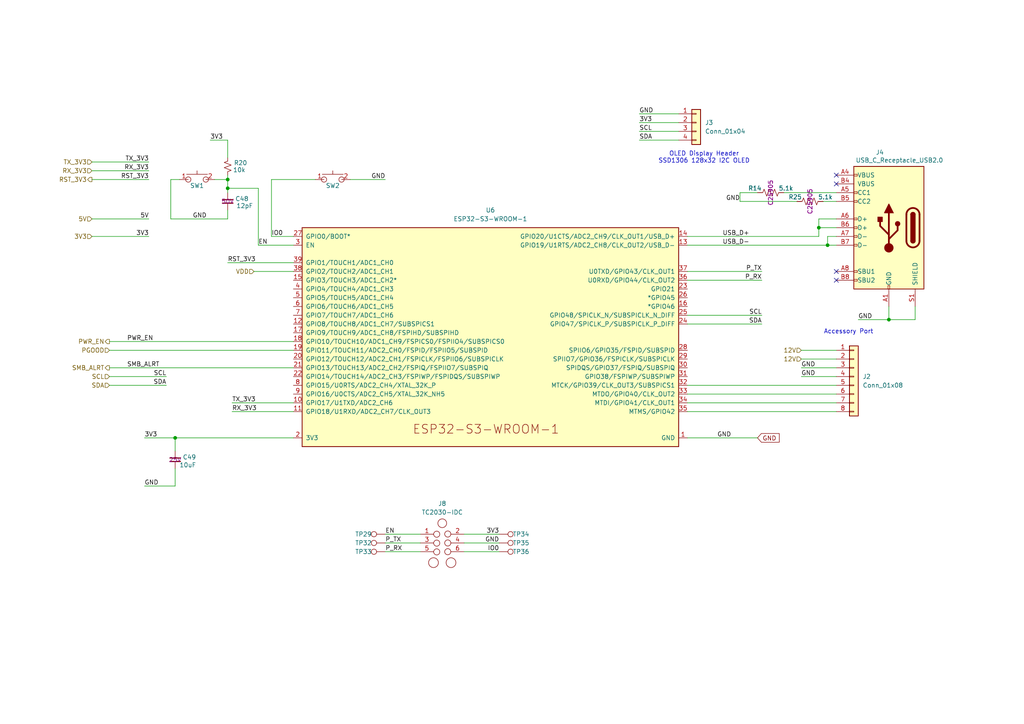
<source format=kicad_sch>
(kicad_sch (version 20250114) (generator "eeschema") (generator_version "9.0")
  (paper "A4")
  (title_block (title "bitaxeGamma Turbo") (date "2025-05-12") (rev "800xxx"))
  (lib_symbols
    (symbol "Connector:TestPoint" (pin_numbers (hide yes)) (pin_names (offset 0.762) (hide yes))
      (property "Reference" "TP" (at 0 6.858 0))
      (property "Value" "TestPoint" (at 0 5.08 0))
      (symbol "TestPoint_0_1"
        (circle (center 0 3.302) (radius 0.762))
      )
      (symbol "TestPoint_1_1"
        (pin passive line (at 0 0 90) (length 2.54) (name "1") (number "1"))
      )
    )
    (symbol "Connector_Generic:Conn_01x04" (pin_names (offset 1.016) (hide yes))
      (property "Reference" "J" (at 0 5.08 0))
      (property "Value" "Conn_01x04" (at 0 -7.62 0))
      (symbol "Conn_01x04_1_1"
        (rectangle (start -1.27 3.81) (end 1.27 -6.35) (stroke (width 0.254)) (fill (type background)))
        (rectangle (start -1.27 2.667) (end 0 2.413) (stroke (width 0.1524)))
        (rectangle (start -1.27 0.127) (end 0 -0.127) (stroke (width 0.1524)))
        (rectangle (start -1.27 -2.413) (end 0 -2.667) (stroke (width 0.1524)))
        (rectangle (start -1.27 -4.953) (end 0 -5.207) (stroke (width 0.1524)))
        (pin passive line (at -5.08 2.54 0) (length 3.81) (name "Pin_1") (number "1"))
        (pin passive line (at -5.08 0 0) (length 3.81) (name "Pin_2") (number "2"))
        (pin passive line (at -5.08 -2.54 0) (length 3.81) (name "Pin_3") (number "3"))
        (pin passive line (at -5.08 -5.08 0) (length 3.81) (name "Pin_4") (number "4"))
      )
    )
    (symbol "Device:C_Small" (pin_numbers (hide yes)) (pin_names (offset 0.254) (hide yes))
      (property "Reference" "C" (at 0.254 1.778 0))
      (property "Value" "C_Small" (at 0.254 -2.032 0))
      (symbol "C_Small_0_1"
        (polyline (pts (xy -1.524 0.508) (xy 1.524 0.508)) (stroke (width 0.3048)))
        (polyline (pts (xy -1.524 -0.508) (xy 1.524 -0.508)) (stroke (width 0.3302)))
      )
      (symbol "C_Small_1_1"
        (pin passive line (at 0 2.54 270) (length 2.032) (name "~") (number "1"))
        (pin passive line (at 0 -2.54 90) (length 2.032) (name "~") (number "2"))
      )
    )
    (symbol "Device:R_Small_US" (pin_numbers (hide yes)) (pin_names (offset 0.254) (hide yes))
      (property "Reference" "R" (at 0.762 0.508 0))
      (property "Value" "R_Small_US" (at 0.762 -1.016 0))
      (symbol "R_Small_US_1_1"
        (polyline (pts (xy 0 1.524) (xy 1.016 1.143) (xy 0 0.762) (xy -1.016 0.381) (xy 0 0)))
        (polyline (pts (xy 0 0) (xy 1.016 -0.381) (xy 0 -0.762) (xy -1.016 -1.143) (xy 0 -1.524)))
        (pin passive line (at 0 2.54 270) (length 1.016) (name "~") (number "1"))
        (pin passive line (at 0 -2.54 90) (length 1.016) (name "~") (number "2"))
      )
    )
    (symbol "Device:R_US" (pin_numbers (hide yes)) (pin_names (offset 0))
      (property "Reference" "R" (at 2.54 0 90))
      (property "Value" "R_US" (at -2.54 0 90))
      (symbol "R_US_0_1"
        (polyline (pts (xy 0 2.286) (xy 0 2.54)))
        (polyline (pts (xy 0 2.286) (xy 1.016 1.905) (xy 0 1.524) (xy -1.016 1.143) (xy 0 0.762)))
        (polyline (pts (xy 0 0.762) (xy 1.016 0.381) (xy 0 0) (xy -1.016 -0.381) (xy 0 -0.762)))
        (polyline (pts (xy 0 -0.762) (xy 1.016 -1.143) (xy 0 -1.524) (xy -1.016 -1.905) (xy 0 -2.286)))
        (polyline (pts (xy 0 -2.286) (xy 0 -2.54)))
      )
      (symbol "R_US_1_1"
        (pin passive line (at 0 3.81 270) (length 1.27) (name "~") (number "1"))
        (pin passive line (at 0 -3.81 90) (length 1.27) (name "~") (number "2"))
      )
    )
    (symbol "SWITCH-SPST_1"
      (property "Reference" "SW1" (at 0 3.81 0))
      (symbol "SWITCH-SPST_1_0_1"
        (polyline (pts (xy -3.05 1.52) (xy 3.05 1.52)))
        (circle (center -2.54 0) (radius 0.76))
        (polyline (pts (xy 0 1.52) (xy 0 2.54)))
        (circle (center 2.54 0) (radius 0.76))
        (pin unspecified line (at -5.08 0 0) (length 2.54) (name "~") (number "1"))
        (pin unspecified line (at 5.08 0 180) (length 2.54) (name "~") (number "2"))
      )
      (symbol "SWITCH-SPST_1_1_1"
        (pin no_connect line (at -2.54 -3.81 0) (length 2.54) (hide yes) (name "NC") (number "3"))
        (pin no_connect line (at -2.54 -3.81 0) (length 2.54) (hide yes) (name "NC") (number "4"))
      )
    )
    (symbol "bitaxe:Conn_01x08-support" (pin_names (offset 1.016) (hide yes))
      (property "Reference" "J2" (at 2.54 0.0001 0))
      (property "Value" "Conn_01x08-support" (at 2.54 -2.5399 0))
      (symbol "Conn_01x08-support_1_1"
        (rectangle (start -1.27 8.89) (end 1.27 -11.43) (stroke (width 0.254)) (fill (type background)))
        (rectangle (start -1.27 7.747) (end 0 7.493) (stroke (width 0.1524)))
        (rectangle (start -1.27 5.207) (end 0 4.953) (stroke (width 0.1524)))
        (rectangle (start -1.27 2.667) (end 0 2.413) (stroke (width 0.1524)))
        (rectangle (start -1.27 0.127) (end 0 -0.127) (stroke (width 0.1524)))
        (rectangle (start -1.27 -2.413) (end 0 -2.667) (stroke (width 0.1524)))
        (rectangle (start -1.27 -4.953) (end 0 -5.207) (stroke (width 0.1524)))
        (rectangle (start -1.27 -7.493) (end 0 -7.747) (stroke (width 0.1524)))
        (rectangle (start -1.27 -10.033) (end 0 -10.287) (stroke (width 0.1524)))
        (pin passive line (at -5.08 7.62 0) (length 3.81) (name "Pin_1") (number "1"))
        (pin passive line (at -5.08 5.08 0) (length 3.81) (name "Pin_2") (number "2"))
        (pin passive line (at -5.08 2.54 0) (length 3.81) (name "Pin_3") (number "3"))
        (pin passive line (at -5.08 0 0) (length 3.81) (name "Pin_4") (number "4"))
        (pin passive line (at -5.08 -2.54 0) (length 3.81) (name "Pin_5") (number "5"))
        (pin passive line (at -5.08 -5.08 0) (length 3.81) (name "Pin_6") (number "6"))
        (pin passive line (at -5.08 -7.62 0) (length 3.81) (name "Pin_7") (number "7"))
        (pin passive line (at -5.08 -10.16 0) (length 3.81) (name "Pin_8") (number "8"))
        (pin no_connect line (at -1.27 -13.97 0) (length 2.54) (hide yes) (name "NC") (number "10"))
        (pin no_connect line (at -1.27 -13.97 0) (length 2.54) (hide yes) (name "NC") (number "9"))
      )
    )
    (symbol "bitaxe:ESP32-S3-WROOM-1" (pin_names (offset 1.016))
      (property "Reference" "U12" (at -50.8 34.925 0))
      (property "Value" "ESP32-S3-WROOM-1" (at 45.72 34.925 0))
      (symbol "ESP32-S3-WROOM-1_0_0"
        (rectangle (start -53.34 33.02) (end 55.88 -30.48) (stroke (width 0.254)) (fill (type background)))
        (text "ESP32-S3-WROOM-1" (at 0 -25.4 0) (effects (font (size 2.54 2.54))))
        (pin bidirectional line (at -55.88 30.48 0) (length 2.54) (name "GPIO0/BOOT*") (number "27"))
        (pin input line (at -55.88 27.94 0) (length 2.54) (name "EN") (number "3"))
        (pin bidirectional line (at -55.88 22.86 0) (length 2.54) (name "GPIO1/TOUCH1/ADC1_CH0") (number "39"))
        (pin bidirectional line (at -55.88 20.32 0) (length 2.54) (name "GPIO2/TOUCH2/ADC1_CH1") (number "38"))
        (pin bidirectional line (at -55.88 17.78 0) (length 2.54) (name "GPIO3/TOUCH3/ADC1_CH2*") (number "15"))
        (pin bidirectional line (at -55.88 15.24 0) (length 2.54) (name "GPIO4/TOUCH4/ADC1_CH3") (number "4"))
        (pin bidirectional line (at -55.88 12.7 0) (length 2.54) (name "GPIO5/TOUCH5/ADC1_CH4") (number "5"))
        (pin bidirectional line (at -55.88 10.16 0) (length 2.54) (name "GPIO6/TOUCH6/ADC1_CH5") (number "6"))
        (pin bidirectional line (at -55.88 7.62 0) (length 2.54) (name "GPIO7/TOUCH7/ADC1_CH6") (number "7"))
        (pin bidirectional line (at -55.88 5.08 0) (length 2.54) (name "GPIO8/TOUCH8/ADC1_CH7/SUBSPICS1") (number "12"))
        (pin bidirectional line (at -55.88 2.54 0) (length 2.54) (name "GPIO9/TOUCH9/ADC1_CH8/FSPIHD/SUBSPIHD") (number "17"))
        (pin bidirectional line (at -55.88 0 0) (length 2.54) (name "GPIO10/TOUCH10/ADC1_CH9/FSPICS0/FSPIIO4/SUBSPICS0") (number "18"))
        (pin bidirectional line (at -55.88 -2.54 0) (length 2.54) (name "GPIO11/TOUCH11/ADC2_CH0/FSPID/FSPIIO5/SUBSPID") (number "19"))
        (pin bidirectional line (at -55.88 -5.08 0) (length 2.54) (name "GPIO12/TOUCH12/ADC2_CH1/FSPICLK/FSPIIO6/SUBSPICLK") (number "20"))
        (pin bidirectional line (at -55.88 -7.62 0) (length 2.54) (name "GPIO13/TOUCH13/ADC2_CH2/FSPIQ/FSPIIO7/SUBSPIQ") (number "21"))
        (pin bidirectional line (at -55.88 -10.16 0) (length 2.54) (name "GPIO14/TOUCH14/ADC2_CH3/FSPIWP/FSPIDQS/SUBSPIWP") (number "22"))
        (pin bidirectional line (at -55.88 -12.7 0) (length 2.54) (name "GPIO15/U0RTS/ADC2_CH4/XTAL_32K_P") (number "8"))
        (pin bidirectional line (at -55.88 -15.24 0) (length 2.54) (name "GPIO16/U0CTS/ADC2_CH5/XTAL_32K_NH5") (number "9"))
        (pin bidirectional line (at -55.88 -17.78 0) (length 2.54) (name "GPIO17/U1TXD/ADC2_CH6") (number "10"))
        (pin bidirectional line (at -55.88 -20.32 0) (length 2.54) (name "GPIO18/U1RXD/ADC2_CH7/CLK_OUT3") (number "11"))
        (pin power_in line (at -55.88 -27.94 0) (length 2.54) (name "3V3") (number "2"))
        (pin bidirectional line (at 58.42 30.48 180) (length 2.54) (name "GPIO20/U1CTS/ADC2_CH9/CLK_OUT1/USB_D+") (number "14"))
        (pin bidirectional line (at 58.42 27.94 180) (length 2.54) (name "GPIO19/U1RTS/ADC2_CH8/CLK_OUT2/USB_D-") (number "13"))
        (pin bidirectional line (at 58.42 20.32 180) (length 2.54) (name "U0TXD/GPIO43/CLK_OUT1") (number "37"))
        (pin bidirectional line (at 58.42 17.78 180) (length 2.54) (name "U0RXD/GPIO44/CLK_OUT2") (number "36"))
        (pin bidirectional line (at 58.42 15.24 180) (length 2.54) (name "GPIO21") (number "23"))
        (pin bidirectional line (at 58.42 12.7 180) (length 2.54) (name "*GPIO45") (number "26"))
        (pin bidirectional line (at 58.42 10.16 180) (length 2.54) (name "*GPIO46") (number "16"))
        (pin bidirectional line (at 58.42 7.62 180) (length 2.54) (name "GPIO48/SPICLK_N/SUBSPICLK_N_DIFF") (number "25"))
        (pin bidirectional line (at 58.42 5.08 180) (length 2.54) (name "GPIO47/SPICLK_P/SUBSPICLK_P_DIFF") (number "24"))
        (pin bidirectional line (at 58.42 -2.54 180) (length 2.54) (name "SPIIO6/GPIO35/FSPID/SUBSPID") (number "28"))
        (pin bidirectional line (at 58.42 -5.08 180) (length 2.54) (name "SPIIO7/GPIO36/FSPICLK/SUBSPICLK") (number "29"))
        (pin bidirectional line (at 58.42 -7.62 180) (length 2.54) (name "SPIDQS/GPIO37/FSPIQ/SUBSPIQ") (number "30"))
        (pin bidirectional line (at 58.42 -10.16 180) (length 2.54) (name "GPIO38/FSPIWP/SUBSPIWP") (number "31"))
        (pin bidirectional line (at 58.42 -12.7 180) (length 2.54) (name "MTCK/GPIO39/CLK_OUT3/SUBSPICS1") (number "32"))
        (pin bidirectional line (at 58.42 -15.24 180) (length 2.54) (name "MTDO/GPIO40/CLK_OUT2") (number "33"))
        (pin bidirectional line (at 58.42 -17.78 180) (length 2.54) (name "MTDI/GPIO41/CLK_OUT1") (number "34"))
        (pin bidirectional line (at 58.42 -20.32 180) (length 2.54) (name "MTMS/GPIO42") (number "35"))
        (pin power_in line (at 58.42 -27.94 180) (length 2.54) (name "GND") (number "1"))
        (pin passive line (at 58.42 -27.94 180) (length 2.54) (hide yes) (name "GND") (number "40"))
        (pin passive line (at 58.42 -27.94 180) (length 2.54) (hide yes) (name "GND") (number "41"))
      )
    )
    (symbol "bitaxe:SWITCH-SPST"
      (property "Reference" "SW1" (at 0 3.81 0))
      (symbol "SWITCH-SPST_0_1"
        (polyline (pts (xy -3.05 1.52) (xy 3.05 1.52)))
        (circle (center -2.54 0) (radius 0.76))
        (polyline (pts (xy 0 1.52) (xy 0 2.54)))
        (circle (center 2.54 0) (radius 0.76))
        (pin unspecified line (at -5.08 0 0) (length 2.54) (name "~") (number "1"))
        (pin unspecified line (at 5.08 0 180) (length 2.54) (name "~") (number "2"))
      )
      (symbol "SWITCH-SPST_1_1"
        (pin no_connect line (at -2.54 -3.81 0) (length 2.54) (hide yes) (name "NC") (number "3"))
        (pin no_connect line (at -2.54 -3.81 0) (length 2.54) (hide yes) (name "NC") (number "4"))
      )
    )
    (symbol "bitaxe:TC2030-IDC-NL" (pin_names (offset 1.016) (hide yes))
      (property "Reference" "J5" (at 0 12.7 0))
      (property "Value" "TC2030-IDC" (at 0 10.16 0))
      (symbol "TC2030-IDC-NL_0_1"
        (circle (center -2.54 -5.715) (radius 1.4224))
        (circle (center -1.6002 2.54) (radius 0.889))
        (circle (center 0 5.715) (radius 1.27))
      )
      (symbol "TC2030-IDC-NL_1_1"
        (circle (center -1.6002 -0.0508) (radius 0.889))
        (circle (center -1.6002 -2.5908) (radius 0.889))
        (circle (center 1.6002 2.5908) (radius 0.889))
        (circle (center 1.6002 0) (radius 0.889))
        (circle (center 1.6002 -2.54) (radius 0.889))
        (circle (center 2.54 -5.715) (radius 1.4224))
        (pin passive line (at -6.35 2.54 0) (length 3.81) (name "Pin_1") (number "1"))
        (pin passive line (at -6.35 0 0) (length 3.81) (name "Pin_3") (number "3"))
        (pin passive line (at -6.35 -2.54 0) (length 3.81) (name "Pin_5") (number "5"))
        (pin passive line (at 6.35 2.54 180) (length 3.81) (name "Pin_2") (number "2"))
        (pin passive line (at 6.35 0 180) (length 3.81) (name "Pin_4") (number "4"))
        (pin passive line (at 6.35 -2.54 180) (length 3.81) (name "Pin_6") (number "6"))
      )
    )
    (symbol "bitaxe:USB_C_Receptacle_USB2.0" (pin_names (offset 1.016))
      (property "Reference" "J" (at -10.16 19.05 0))
      (property "Value" "USB_C_Receptacle_USB2.0" (at 19.05 19.05 0))
      (symbol "USB_C_Receptacle_USB2.0_0_0"
        (rectangle (start -0.254 -17.78) (end 0.254 -16.764))
        (rectangle (start 10.16 15.494) (end 9.144 14.986))
        (rectangle (start 10.16 10.414) (end 9.144 9.906))
        (rectangle (start 10.16 7.874) (end 9.144 7.366))
        (rectangle (start 10.16 2.794) (end 9.144 2.286))
        (rectangle (start 10.16 0.254) (end 9.144 -0.254))
        (rectangle (start 10.16 -2.286) (end 9.144 -2.794))
        (rectangle (start 10.16 -4.826) (end 9.144 -5.334))
        (rectangle (start 10.16 -12.446) (end 9.144 -12.954))
        (rectangle (start 10.16 -14.986) (end 9.144 -15.494))
      )
      (symbol "USB_C_Receptacle_USB2.0_0_1"
        (rectangle (start -10.16 17.78) (end 10.16 -17.78) (stroke (width 0.254)) (fill (type background)))
        (polyline (pts (xy -8.89 -3.81) (xy -8.89 3.81)) (stroke (width 0.508)))
        (rectangle (start -7.62 -3.81) (end -6.35 3.81) (stroke (width 0.254)) (fill (type outline)))
        (arc (start -7.62 3.81) (mid -6.985 4.4423) (end -6.35 3.81) (stroke (width 0.254)))
        (arc (start -7.62 3.81) (mid -6.985 4.4423) (end -6.35 3.81) (stroke (width 0.254)) (fill (type outline)))
        (arc (start -8.89 3.81) (mid -6.985 5.7067) (end -5.08 3.81) (stroke (width 0.508)))
        (arc (start -5.08 -3.81) (mid -6.985 -5.7067) (end -8.89 -3.81) (stroke (width 0.508)))
        (arc (start -6.35 -3.81) (mid -6.985 -4.4423) (end -7.62 -3.81) (stroke (width 0.254)))
        (arc (start -6.35 -3.81) (mid -6.985 -4.4423) (end -7.62 -3.81) (stroke (width 0.254)) (fill (type outline)))
        (polyline (pts (xy -5.08 3.81) (xy -5.08 -3.81)) (stroke (width 0.508)))
        (circle (center -2.54 1.143) (radius 0.635) (stroke (width 0.254)) (fill (type outline)))
        (polyline (pts (xy -1.27 4.318) (xy 0 6.858) (xy 1.27 4.318) (xy -1.27 4.318)) (stroke (width 0.254)) (fill (type outline)))
        (polyline (pts (xy 0 -2.032) (xy 2.54 0.508) (xy 2.54 1.778)) (stroke (width 0.508)))
        (polyline (pts (xy 0 -3.302) (xy -2.54 -0.762) (xy -2.54 0.508)) (stroke (width 0.508)))
        (polyline (pts (xy 0 -5.842) (xy 0 4.318)) (stroke (width 0.508)))
        (circle (center 0 -5.842) (radius 1.27) (fill (type outline)))
        (rectangle (start 1.905 1.778) (end 3.175 3.048) (stroke (width 0.254)) (fill (type outline)))
      )
      (symbol "USB_C_Receptacle_USB2.0_1_1"
        (pin passive line (at -7.62 -22.86 90) (length 5.08) (name "SHIELD") (number "S1"))
        (pin passive line (at 0 -22.86 90) (length 5.08) (name "GND") (number "A1"))
        (pin passive line (at 0 -22.86 90) (length 5.08) (hide yes) (name "GND") (number "B1"))
        (pin passive line (at 15.24 15.24 180) (length 5.08) (name "VBUS") (number "A4"))
        (pin passive line (at 15.24 12.7 180) (length 5.08) (name "VBUS") (number "B4"))
        (pin bidirectional line (at 15.24 10.16 180) (length 5.08) (name "CC1") (number "A5"))
        (pin bidirectional line (at 15.24 7.62 180) (length 5.08) (name "CC2") (number "B5"))
        (pin bidirectional line (at 15.24 2.54 180) (length 5.08) (name "D+") (number "A6"))
        (pin bidirectional line (at 15.24 0 180) (length 5.08) (name "D+") (number "B6"))
        (pin bidirectional line (at 15.24 -2.54 180) (length 5.08) (name "D-") (number "A7"))
        (pin bidirectional line (at 15.24 -5.08 180) (length 5.08) (name "D-") (number "B7"))
        (pin bidirectional line (at 15.24 -12.7 180) (length 5.08) (name "SBU1") (number "A8"))
        (pin bidirectional line (at 15.24 -15.24 180) (length 5.08) (name "SBU2") (number "B8"))
      )
    )
  )
  (text "OLED Display Header\nSSD1306 128x32 I2C OLED" (at 204.216 45.72 0) (effects (font (size 1.27 1.27))))
  (text "Accessory Port" (at 246.126 96.266 0) (effects (font (size 1.27 1.27))))
  (junction (at 240.03 71.12))
  (junction (at 66.04 52.07))
  (junction (at 237.49 66.04))
  (junction (at 66.04 54.61))
  (junction (at 50.8 127))
  (junction (at 257.81 92.71))
  (no_connect (at 242.57 50.8))
  (no_connect (at 242.57 53.34))
  (no_connect (at 242.57 81.28))
  (no_connect (at 242.57 78.74))
  (wire (pts (xy 101.6 52.07) (xy 111.76 52.07)))
  (wire (pts (xy 60.96 40.64) (xy 66.04 40.64)))
  (wire (pts (xy 85.09 68.58) (xy 78.74 68.58)))
  (wire (pts (xy 199.39 68.58) (xy 237.49 68.58)))
  (wire (pts (xy 144.78 154.94) (xy 134.62 154.94)))
  (wire (pts (xy 26.67 68.58) (xy 43.18 68.58)))
  (wire (pts (xy 67.31 119.38) (xy 85.09 119.38)))
  (wire (pts (xy 41.91 127) (xy 50.8 127)))
  (wire (pts (xy 49.53 52.07) (xy 49.53 63.5)))
  (wire (pts (xy 78.74 52.07) (xy 91.44 52.07)))
  (wire (pts (xy 237.49 63.5) (xy 237.49 66.04)))
  (wire (pts (xy 199.39 78.74) (xy 220.98 78.74)))
  (wire (pts (xy 248.92 92.71) (xy 257.81 92.71)))
  (wire (pts (xy 73.66 78.74) (xy 85.09 78.74)))
  (wire (pts (xy 49.53 63.5) (xy 66.04 63.5)))
  (wire (pts (xy 199.39 114.3) (xy 242.57 114.3)))
  (wire (pts (xy 257.81 92.71) (xy 265.43 92.71)))
  (wire (pts (xy 185.42 38.1) (xy 196.85 38.1)))
  (wire (pts (xy 199.39 93.98) (xy 220.98 93.98)))
  (wire (pts (xy 111.76 154.94) (xy 121.92 154.94)))
  (wire (pts (xy 238.76 58.42) (xy 242.57 58.42)))
  (wire (pts (xy 232.41 106.68) (xy 242.57 106.68)))
  (wire (pts (xy 41.91 140.97) (xy 50.8 140.97)))
  (wire (pts (xy 26.67 52.07) (xy 43.18 52.07)))
  (wire (pts (xy 67.31 116.84) (xy 85.09 116.84)))
  (wire (pts (xy 237.49 66.04) (xy 237.49 68.58)))
  (wire (pts (xy 31.75 109.22) (xy 48.26 109.22)))
  (wire (pts (xy 185.42 33.02) (xy 196.85 33.02)))
  (wire (pts (xy 265.43 88.9) (xy 265.43 92.71)))
  (wire (pts (xy 214.63 55.88) (xy 219.71 55.88)))
  (wire (pts (xy 199.39 116.84) (xy 242.57 116.84)))
  (wire (pts (xy 74.93 54.61) (xy 66.04 54.61)))
  (wire (pts (xy 240.03 68.58) (xy 240.03 71.12)))
  (wire (pts (xy 85.09 106.68) (xy 31.75 106.68)))
  (wire (pts (xy 66.04 63.5) (xy 66.04 60.96)))
  (wire (pts (xy 111.76 157.48) (xy 121.92 157.48)))
  (wire (pts (xy 52.07 52.07) (xy 49.53 52.07)))
  (wire (pts (xy 232.41 109.22) (xy 242.57 109.22)))
  (wire (pts (xy 185.42 35.56) (xy 196.85 35.56)))
  (wire (pts (xy 26.67 49.53) (xy 43.18 49.53)))
  (wire (pts (xy 50.8 127) (xy 85.09 127)))
  (wire (pts (xy 242.57 63.5) (xy 237.49 63.5)))
  (wire (pts (xy 240.03 71.12) (xy 242.57 71.12)))
  (wire (pts (xy 85.09 101.6) (xy 31.75 101.6)))
  (wire (pts (xy 227.33 55.88) (xy 242.57 55.88)))
  (wire (pts (xy 237.49 66.04) (xy 242.57 66.04)))
  (wire (pts (xy 144.78 157.48) (xy 134.62 157.48)))
  (wire (pts (xy 78.74 68.58) (xy 78.74 52.07)))
  (wire (pts (xy 231.14 58.42) (xy 214.63 58.42)))
  (wire (pts (xy 62.23 52.07) (xy 66.04 52.07)))
  (wire (pts (xy 85.09 99.06) (xy 31.75 99.06)))
  (wire (pts (xy 66.04 50.8) (xy 66.04 52.07)))
  (wire (pts (xy 257.81 88.9) (xy 257.81 92.71)))
  (wire (pts (xy 26.67 46.99) (xy 43.18 46.99)))
  (wire (pts (xy 31.75 111.76) (xy 48.26 111.76)))
  (wire (pts (xy 66.04 45.72) (xy 66.04 40.64)))
  (wire (pts (xy 50.8 135.89) (xy 50.8 140.97)))
  (wire (pts (xy 85.09 76.2) (xy 66.04 76.2)))
  (wire (pts (xy 199.39 91.44) (xy 220.98 91.44)))
  (wire (pts (xy 185.42 40.64) (xy 196.85 40.64)))
  (wire (pts (xy 74.93 71.12) (xy 85.09 71.12)))
  (wire (pts (xy 199.39 127) (xy 219.71 127)))
  (wire (pts (xy 144.78 160.02) (xy 134.62 160.02)))
  (wire (pts (xy 242.57 68.58) (xy 240.03 68.58)))
  (wire (pts (xy 214.63 58.42) (xy 214.63 55.88)))
  (wire (pts (xy 232.41 104.14) (xy 242.57 104.14)))
  (wire (pts (xy 199.39 71.12) (xy 240.03 71.12)))
  (wire (pts (xy 74.93 71.12) (xy 74.93 54.61)))
  (wire (pts (xy 199.39 119.38) (xy 242.57 119.38)))
  (wire (pts (xy 199.39 81.28) (xy 220.98 81.28)))
  (wire (pts (xy 232.41 101.6) (xy 242.57 101.6)))
  (wire (pts (xy 26.67 63.5) (xy 43.18 63.5)))
  (wire (pts (xy 199.39 111.76) (xy 242.57 111.76)))
  (wire (pts (xy 66.04 54.61) (xy 66.04 55.88)))
  (wire (pts (xy 50.8 127) (xy 50.8 130.81)))
  (wire (pts (xy 66.04 52.07) (xy 66.04 54.61)))
  (wire (pts (xy 111.76 160.02) (xy 121.92 160.02)))
  (label "5V" (at 43.18 63.5 180))
  (label "3V3" (at 185.42 35.56 0))
  (label "GND" (at 41.91 140.97 0))
  (label "GND" (at 248.92 92.71 0))
  (label "RX_3V3" (at 43.18 49.53 180))
  (label "GND" (at 214.63 58.42 180))
  (label "EN" (at 74.93 71.12 0))
  (label "GND" (at 232.41 109.22 0))
  (label "SDA" (at 48.26 111.76 180))
  (label "SDA" (at 185.42 40.64 0))
  (label "GND" (at 212.09 127 180))
  (label "P_TX" (at 220.98 78.74 180))
  (label "RST_3V3" (at 66.04 76.2 0))
  (label "RX_3V3" (at 67.31 119.38 0))
  (label "SCL" (at 48.26 109.22 180))
  (label "GND" (at 55.88 63.5 0))
  (label "P_RX" (at 111.76 160.02 0))
  (label "SDA" (at 220.98 93.98 180))
  (label "P_RX" (at 220.98 81.28 180))
  (label "SCL" (at 185.42 38.1 0))
  (label "3V3" (at 43.18 68.58 180))
  (label "GND" (at 111.76 52.07 180))
  (label "TX_3V3" (at 43.18 46.99 180))
  (label "3V3" (at 144.78 154.94 180))
  (label "IO0" (at 144.78 160.02 180))
  (label "TX_3V3" (at 67.31 116.84 0))
  (label "RST_3V3" (at 43.18 52.07 180))
  (label "PWR_EN" (at 36.83 99.06 0))
  (label "EN" (at 111.76 154.94 0))
  (label "SCL" (at 220.98 91.44 180))
  (label "USB_D+" (at 209.55 68.58 0))
  (label "GND" (at 144.78 157.48 180))
  (label "3V3" (at 41.91 127 0))
  (label "GND" (at 185.42 33.02 0))
  (label "GND" (at 232.41 106.68 0))
  (label "IO0" (at 78.74 68.58 0))
  (label "3V3" (at 60.96 40.64 0))
  (label "SMB_ALRT" (at 36.83 106.68 0))
  (label "USB_D-" (at 209.55 71.12 0))
  (label "P_TX" (at 111.76 157.48 0))
  (global_label "GND" (shape input) (at 219.71 127 0) (property "Intersheetrefs" "${INTERSHEET_REFS}" (effects (hide yes))))
  (hierarchical_label "12V" (shape input) (at 232.41 101.6 180))
  (hierarchical_label "SCL" (shape input) (at 31.75 109.22 180))
  (hierarchical_label "RX_3V3" (shape input) (at 26.67 49.53 180))
  (hierarchical_label "VDD" (shape input) (at 73.66 78.74 180))
  (hierarchical_label "SMB_ALRT" (shape output) (at 31.75 106.68 180))
  (hierarchical_label "PGOOD" (shape input) (at 31.75 101.6 180))
  (hierarchical_label "12V" (shape input) (at 232.41 104.14 180))
  (hierarchical_label "3V3" (shape input) (at 26.67 68.58 180))
  (hierarchical_label "TX_3V3" (shape input) (at 26.67 46.99 180))
  (hierarchical_label "5V" (shape input) (at 26.67 63.5 180))
  (hierarchical_label "RST_3V3" (shape output) (at 26.67 52.07 180))
  (hierarchical_label "PWR_EN" (shape output) (at 31.75 99.06 180))
  (hierarchical_label "SDA" (shape input) (at 31.75 111.76 180))
  (symbol (lib_id "bitaxe:SWITCH-SPST") (at 96.52 52.07 0) (unit 1)
    (property "Reference" "SW2" (at 96.52 53.848 0))
    (property "Value" "SWITCH-SPST" (effects (hide yes)))
    (property "Footprint" "bitaxe:SW_TL3330AF130QG_EWI" (effects (hide yes)))
    (property "Datasheet" "https://configured-product-images.s3.amazonaws.com/Datasheets/TL3330.pdf" (effects (hide yes)))
    (property "PARTNO" "TL3330AF130QG" (effects (hide yes)))
    (property "DK" "EG4388CT-ND" (effects (hide yes)))
    (property "LCSC" "C2886885" (effects (hide yes)))
  )
  (symbol (lib_id "bitaxe:TC2030-IDC-NL") (at 128.27 157.48 0) (unit 1) (in_bom no)
    (property "Reference" "J8" (at 128.27 146.05 0))
    (property "Value" "TC2030-IDC" (at 128.27 148.59 0))
    (property "Footprint" "Connector:Tag-Connect_TC2030-IDC-NL_2x03_P1.27mm_Vertical" (effects (hide yes)))
  )
  (symbol (lib_id "bitaxe:Conn_01x08-support") (at 247.65 109.22 0) (unit 1)
    (property "Reference" "J2" (at 250.19 109.2199 0) (effects (justify left)))
    (property "Value" "Conn_01x08" (at 250.19 111.7599 0) (effects (justify left)))
    (property "Footprint" "bitaxe:FPC-SMD_P0.50-8P_FGS-XJ-H2.0" (effects (hide yes)))
    (property "Datasheet" "https://lcsc.com/datasheet/lcsc_datasheet_2504101957_JUSHUO-AFC01-S08FCA-00_C262657.pdf" (effects (hide yes)))
    (property "LCSC" "C262657" (effects (hide yes)))
    (property "DK" "2073-FFC2B35-08-TCT-ND" (effects (hide yes)))
    (property "PARTNO" "FFC2B35-08-T" (effects (hide yes)))
  )
  (symbol (lib_id "Connector:TestPoint") (at 144.78 160.02 270) (mirror x) (unit 1) (in_bom no)
    (property "Reference" "TP36" (at 151.13 160.02 90))
    (property "Value" "TestPoint" (effects (hide yes)))
    (property "Footprint" "TestPoint:TestPoint_Pad_D1.5mm" (effects (hide yes)))
  )
  (symbol (lib_id "bitaxe:USB_C_Receptacle_USB2.0") (at 257.81 66.04 0) (mirror y) (unit 1)
    (property "Reference" "J4" (at 254 44.196 0) (effects (justify right)))
    (property "Value" "USB_C_Receptacle_USB2.0" (at 248.158 46.482 0) (effects (justify right)))
    (property "Footprint" "bitaxe:USB_C_Receptacle_GCT_USB4105-xx-A" (effects (hide yes)))
    (property "Datasheet" "https://www.usb.org/sites/default/files/documents/usb_type-c.zip" (effects (hide yes)))
    (property "Description" "USB 2.0-only Type-C Receptacle connector" (effects (hide yes)))
    (property "DK" "2073-USB4105-GF-ACT-ND" (effects (hide yes)))
    (property "PARTNO" "USB4105-GF-A" (effects (hide yes)))
    (property "LCSC" "C2982555" (effects (hide yes)))
  )
  (symbol (lib_id "Device:R_US") (at 234.95 58.42 90) (unit 1)
    (property "Reference" "R25" (at 230.632 57.15 90))
    (property "Value" "5.1k" (at 239.395 57.15 90))
    (property "Footprint" "Resistor_SMD:R_0402_1005Metric" (effects (hide yes)))
    (property "DK" "RMCF0402JT5K10CT-ND" (effects (hide yes)))
    (property "PARTNO" "RMCF0402JT5K10" (effects (hide yes)))
    (property "LCSC" "C25905" (at 234.95 58.42 0))
  )
  (symbol (lib_id "Device:C_Small") (at 50.8 133.35 0) (unit 1)
    (property "Reference" "C49" (at 56.896 132.588 0) (effects (justify right)))
    (property "Value" "10uF" (at 56.896 134.874 0) (effects (justify right)))
    (property "Footprint" "Capacitor_SMD:C_0603_1608Metric" (effects (hide yes)))
    (property "Description" "Unpolarized capacitor, small symbol" (effects (hide yes)))
    (property "PARTNO" "GRM188R61E106KA73D" (effects (hide yes)))
    (property "DK" "490-18214-1-ND" (effects (hide yes)))
    (property "Voltage" "25V" (at 50.8 133.35 0))
    (property "LCSC" "C344022" (effects (hide yes)))
  )
  (symbol (lib_id "bitaxe:ESP32-S3-WROOM-1") (at 140.97 99.06 0) (unit 1)
    (property "Reference" "U6" (at 142.24 60.96 0))
    (property "Value" "ESP32-S3-WROOM-1" (at 142.24 63.5 0))
    (property "Footprint" "bitaxe:ESP32-S3-WROOM-1" (effects (hide yes)))
    (property "Datasheet" "https://www.espressif.com/sites/default/files/documentation/esp32-s3-wroom-1_wroom-1u_datasheet_en.pdf" (effects (hide yes)))
    (property "Description" "2.4 GHz WiFi (802.11 b/g/n) and Bluetooth ® 5 (LE) module Built around ESP32S3 series of SoCs, Xtensa ® dualcore 32bit LX7 microprocessor Flash up to 16 MB, PSRAM up to 8 MB 36 GPIOs, rich set of peripherals Onboard PCB antenna" (effects (hide yes)))
    (property "DK" "1965-ESP32-S3-WROOM-1-N16R8CT-ND" (effects (hide yes)))
    (property "PARTNO" "ESP32-S3-WROOM-1-N16R8" (effects (hide yes)))
    (property "LCSC" "C2913202" (effects (hide yes)))
  )
  (symbol (lib_name "SWITCH-SPST_1") (lib_id "bitaxe:SWITCH-SPST") (at 57.15 52.07 0) (unit 1)
    (property "Reference" "SW1" (at 57.15 53.848 0))
    (property "Value" "SWITCH-SPST" (effects (hide yes)))
    (property "Footprint" "bitaxe:SW_TL3330AF130QG_EWI" (effects (hide yes)))
    (property "Datasheet" "https://configured-product-images.s3.amazonaws.com/Datasheets/TL3330.pdf" (effects (hide yes)))
    (property "PARTNO" "TL3330AF130QG" (effects (hide yes)))
    (property "DK" "EG4388CT-ND" (effects (hide yes)))
    (property "LCSC" "C2886885" (effects (hide yes)))
  )
  (symbol (lib_id "Connector_Generic:Conn_01x04") (at 201.93 35.56 0) (unit 1) (in_bom no)
    (property "Reference" "J3" (at 204.47 35.5599 0) (effects (justify left)))
    (property "Value" "Conn_01x04" (at 204.47 38.0999 0) (effects (justify left)))
    (property "Footprint" "bitaxe:PinHeader_1x04_P2.54mm_Vertical_shifted" (effects (hide yes)))
    (property "Description" "Generic connector, single row, 01x04, script generated (kicad-library-utils/schlib/autogen/connector/)" (effects (hide yes)))
  )
  (symbol (lib_id "Device:R_Small_US") (at 66.04 48.26 0) (mirror x) (unit 1)
    (property "Reference" "R20" (at 67.818 47.244 0) (effects (justify left)))
    (property "Value" "10k" (at 67.564 49.276 0) (effects (justify left)))
    (property "Footprint" "Resistor_SMD:R_0402_1005Metric" (effects (hide yes)))
    (property "Datasheet" "https://www.yageo.com/upload/media/product/products/datasheet/rchip/PYu-RC_Group_51_RoHS_L_12.pdf" (effects (hide yes)))
    (property "Description" "Resistor, small US symbol" (effects (hide yes)))
    (property "PARTNO" "RC0402JR-0710KL" (effects (hide yes)))
    (property "DK" "311-10KJRCT-ND" (effects (hide yes)))
    (property "LCSC" "C60489" (effects (hide yes)))
  )
  (symbol (lib_id "Connector:TestPoint") (at 144.78 157.48 270) (mirror x) (unit 1) (in_bom no)
    (property "Reference" "TP35" (at 151.13 157.48 90))
    (property "Value" "TestPoint" (effects (hide yes)))
    (property "Footprint" "TestPoint:TestPoint_Pad_D1.5mm" (effects (hide yes)))
  )
  (symbol (lib_id "Connector:TestPoint") (at 111.76 154.94 90) (mirror x) (unit 1) (in_bom no)
    (property "Reference" "TP29" (at 105.41 154.94 90))
    (property "Value" "TestPoint" (effects (hide yes)))
    (property "Footprint" "TestPoint:TestPoint_Pad_D1.5mm" (effects (hide yes)))
  )
  (symbol (lib_id "Device:C_Small") (at 66.04 58.42 0) (unit 1)
    (property "Reference" "C48" (at 72.136 57.658 0) (effects (justify right)))
    (property "Value" "12pF" (at 73.406 59.69 0) (effects (justify right)))
    (property "Footprint" "Capacitor_SMD:C_0402_1005Metric" (effects (hide yes)))
    (property "Description" "Unpolarized capacitor, small symbol" (effects (hide yes)))
    (property "DK" "311-1016-1-ND" (effects (hide yes)))
    (property "PARTNO" "CC0402JRNPO9BN120" (effects (hide yes)))
    (property "Voltage" "50V" (at 66.04 58.42 0))
    (property "LCSC" "C106201" (effects (hide yes)))
  )
  (symbol (lib_id "Connector:TestPoint") (at 111.76 157.48 90) (mirror x) (unit 1) (in_bom no)
    (property "Reference" "TP32" (at 105.41 157.48 90))
    (property "Value" "TestPoint" (effects (hide yes)))
    (property "Footprint" "TestPoint:TestPoint_Pad_D1.5mm" (effects (hide yes)))
  )
  (symbol (lib_id "Connector:TestPoint") (at 144.78 154.94 270) (mirror x) (unit 1) (in_bom no)
    (property "Reference" "TP34" (at 151.13 154.94 90))
    (property "Value" "TestPoint" (effects (hide yes)))
    (property "Footprint" "TestPoint:TestPoint_Pad_D1.5mm" (effects (hide yes)))
  )
  (symbol (lib_id "Device:R_US") (at 223.52 55.88 90) (unit 1)
    (property "Reference" "R14" (at 218.948 54.61 90))
    (property "Value" "5.1k" (at 227.965 54.61 90))
    (property "Footprint" "Resistor_SMD:R_0402_1005Metric" (effects (hide yes)))
    (property "DK" "RMCF0402JT5K10CT-ND" (effects (hide yes)))
    (property "PARTNO" "RMCF0402JT5K10" (effects (hide yes)))
    (property "LCSC" "C25905" (at 223.52 55.88 0))
  )
  (symbol (lib_id "Connector:TestPoint") (at 111.76 160.02 90) (mirror x) (unit 1) (in_bom no)
    (property "Reference" "TP33" (at 105.41 160.02 90))
    (property "Value" "TestPoint" (effects (hide yes)))
    (property "Footprint" "TestPoint:TestPoint_Pad_D1.5mm" (effects (hide yes)))
  )
)
</source>
